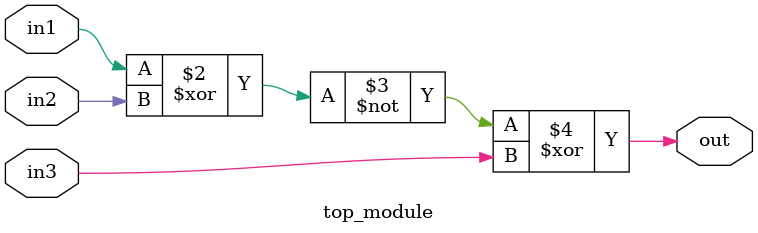
<source format=sv>
module top_module (
	input in1,
	input in2,
	input in3,
	output logic out
);
    always_comb begin
        out = (~ (in1 ^ in2)) ^ in3;
    end
endmodule

</source>
